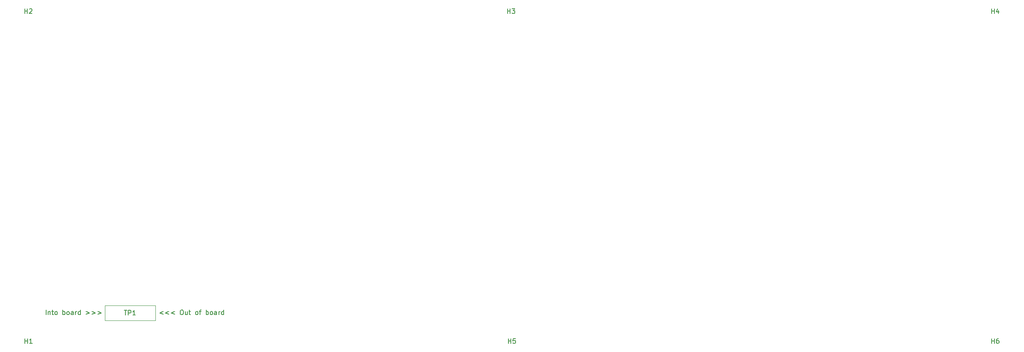
<source format=gto>
%TF.GenerationSoftware,KiCad,Pcbnew,7.0.2-0*%
%TF.CreationDate,2024-05-08T23:39:51-07:00*%
%TF.ProjectId,New_Coil_Panel_Y,4e65775f-436f-4696-9c5f-50616e656c5f,2.0*%
%TF.SameCoordinates,Original*%
%TF.FileFunction,Legend,Top*%
%TF.FilePolarity,Positive*%
%FSLAX46Y46*%
G04 Gerber Fmt 4.6, Leading zero omitted, Abs format (unit mm)*
G04 Created by KiCad (PCBNEW 7.0.2-0) date 2024-05-08 23:39:51*
%MOMM*%
%LPD*%
G01*
G04 APERTURE LIST*
%ADD10C,0.150000*%
%ADD11C,0.120000*%
%ADD12C,3.800000*%
%ADD13C,2.600000*%
G04 APERTURE END LIST*
D10*
X81264000Y-118336952D02*
X80502095Y-118622666D01*
X80502095Y-118622666D02*
X81264000Y-118908380D01*
X82502095Y-118336952D02*
X81740190Y-118622666D01*
X81740190Y-118622666D02*
X82502095Y-118908380D01*
X83740190Y-118336952D02*
X82978285Y-118622666D01*
X82978285Y-118622666D02*
X83740190Y-118908380D01*
X85168761Y-118003619D02*
X85359237Y-118003619D01*
X85359237Y-118003619D02*
X85454475Y-118051238D01*
X85454475Y-118051238D02*
X85549713Y-118146476D01*
X85549713Y-118146476D02*
X85597332Y-118336952D01*
X85597332Y-118336952D02*
X85597332Y-118670285D01*
X85597332Y-118670285D02*
X85549713Y-118860761D01*
X85549713Y-118860761D02*
X85454475Y-118956000D01*
X85454475Y-118956000D02*
X85359237Y-119003619D01*
X85359237Y-119003619D02*
X85168761Y-119003619D01*
X85168761Y-119003619D02*
X85073523Y-118956000D01*
X85073523Y-118956000D02*
X84978285Y-118860761D01*
X84978285Y-118860761D02*
X84930666Y-118670285D01*
X84930666Y-118670285D02*
X84930666Y-118336952D01*
X84930666Y-118336952D02*
X84978285Y-118146476D01*
X84978285Y-118146476D02*
X85073523Y-118051238D01*
X85073523Y-118051238D02*
X85168761Y-118003619D01*
X86454475Y-118336952D02*
X86454475Y-119003619D01*
X86025904Y-118336952D02*
X86025904Y-118860761D01*
X86025904Y-118860761D02*
X86073523Y-118956000D01*
X86073523Y-118956000D02*
X86168761Y-119003619D01*
X86168761Y-119003619D02*
X86311618Y-119003619D01*
X86311618Y-119003619D02*
X86406856Y-118956000D01*
X86406856Y-118956000D02*
X86454475Y-118908380D01*
X86787809Y-118336952D02*
X87168761Y-118336952D01*
X86930666Y-118003619D02*
X86930666Y-118860761D01*
X86930666Y-118860761D02*
X86978285Y-118956000D01*
X86978285Y-118956000D02*
X87073523Y-119003619D01*
X87073523Y-119003619D02*
X87168761Y-119003619D01*
X88406857Y-119003619D02*
X88311619Y-118956000D01*
X88311619Y-118956000D02*
X88264000Y-118908380D01*
X88264000Y-118908380D02*
X88216381Y-118813142D01*
X88216381Y-118813142D02*
X88216381Y-118527428D01*
X88216381Y-118527428D02*
X88264000Y-118432190D01*
X88264000Y-118432190D02*
X88311619Y-118384571D01*
X88311619Y-118384571D02*
X88406857Y-118336952D01*
X88406857Y-118336952D02*
X88549714Y-118336952D01*
X88549714Y-118336952D02*
X88644952Y-118384571D01*
X88644952Y-118384571D02*
X88692571Y-118432190D01*
X88692571Y-118432190D02*
X88740190Y-118527428D01*
X88740190Y-118527428D02*
X88740190Y-118813142D01*
X88740190Y-118813142D02*
X88692571Y-118908380D01*
X88692571Y-118908380D02*
X88644952Y-118956000D01*
X88644952Y-118956000D02*
X88549714Y-119003619D01*
X88549714Y-119003619D02*
X88406857Y-119003619D01*
X89025905Y-118336952D02*
X89406857Y-118336952D01*
X89168762Y-119003619D02*
X89168762Y-118146476D01*
X89168762Y-118146476D02*
X89216381Y-118051238D01*
X89216381Y-118051238D02*
X89311619Y-118003619D01*
X89311619Y-118003619D02*
X89406857Y-118003619D01*
X90502096Y-119003619D02*
X90502096Y-118003619D01*
X90502096Y-118384571D02*
X90597334Y-118336952D01*
X90597334Y-118336952D02*
X90787810Y-118336952D01*
X90787810Y-118336952D02*
X90883048Y-118384571D01*
X90883048Y-118384571D02*
X90930667Y-118432190D01*
X90930667Y-118432190D02*
X90978286Y-118527428D01*
X90978286Y-118527428D02*
X90978286Y-118813142D01*
X90978286Y-118813142D02*
X90930667Y-118908380D01*
X90930667Y-118908380D02*
X90883048Y-118956000D01*
X90883048Y-118956000D02*
X90787810Y-119003619D01*
X90787810Y-119003619D02*
X90597334Y-119003619D01*
X90597334Y-119003619D02*
X90502096Y-118956000D01*
X91549715Y-119003619D02*
X91454477Y-118956000D01*
X91454477Y-118956000D02*
X91406858Y-118908380D01*
X91406858Y-118908380D02*
X91359239Y-118813142D01*
X91359239Y-118813142D02*
X91359239Y-118527428D01*
X91359239Y-118527428D02*
X91406858Y-118432190D01*
X91406858Y-118432190D02*
X91454477Y-118384571D01*
X91454477Y-118384571D02*
X91549715Y-118336952D01*
X91549715Y-118336952D02*
X91692572Y-118336952D01*
X91692572Y-118336952D02*
X91787810Y-118384571D01*
X91787810Y-118384571D02*
X91835429Y-118432190D01*
X91835429Y-118432190D02*
X91883048Y-118527428D01*
X91883048Y-118527428D02*
X91883048Y-118813142D01*
X91883048Y-118813142D02*
X91835429Y-118908380D01*
X91835429Y-118908380D02*
X91787810Y-118956000D01*
X91787810Y-118956000D02*
X91692572Y-119003619D01*
X91692572Y-119003619D02*
X91549715Y-119003619D01*
X92740191Y-119003619D02*
X92740191Y-118479809D01*
X92740191Y-118479809D02*
X92692572Y-118384571D01*
X92692572Y-118384571D02*
X92597334Y-118336952D01*
X92597334Y-118336952D02*
X92406858Y-118336952D01*
X92406858Y-118336952D02*
X92311620Y-118384571D01*
X92740191Y-118956000D02*
X92644953Y-119003619D01*
X92644953Y-119003619D02*
X92406858Y-119003619D01*
X92406858Y-119003619D02*
X92311620Y-118956000D01*
X92311620Y-118956000D02*
X92264001Y-118860761D01*
X92264001Y-118860761D02*
X92264001Y-118765523D01*
X92264001Y-118765523D02*
X92311620Y-118670285D01*
X92311620Y-118670285D02*
X92406858Y-118622666D01*
X92406858Y-118622666D02*
X92644953Y-118622666D01*
X92644953Y-118622666D02*
X92740191Y-118575047D01*
X93216382Y-119003619D02*
X93216382Y-118336952D01*
X93216382Y-118527428D02*
X93264001Y-118432190D01*
X93264001Y-118432190D02*
X93311620Y-118384571D01*
X93311620Y-118384571D02*
X93406858Y-118336952D01*
X93406858Y-118336952D02*
X93502096Y-118336952D01*
X94264001Y-119003619D02*
X94264001Y-118003619D01*
X94264001Y-118956000D02*
X94168763Y-119003619D01*
X94168763Y-119003619D02*
X93978287Y-119003619D01*
X93978287Y-119003619D02*
X93883049Y-118956000D01*
X93883049Y-118956000D02*
X93835430Y-118908380D01*
X93835430Y-118908380D02*
X93787811Y-118813142D01*
X93787811Y-118813142D02*
X93787811Y-118527428D01*
X93787811Y-118527428D02*
X93835430Y-118432190D01*
X93835430Y-118432190D02*
X93883049Y-118384571D01*
X93883049Y-118384571D02*
X93978287Y-118336952D01*
X93978287Y-118336952D02*
X94168763Y-118336952D01*
X94168763Y-118336952D02*
X94264001Y-118384571D01*
X56118095Y-119003619D02*
X56118095Y-118003619D01*
X56594285Y-118336952D02*
X56594285Y-119003619D01*
X56594285Y-118432190D02*
X56641904Y-118384571D01*
X56641904Y-118384571D02*
X56737142Y-118336952D01*
X56737142Y-118336952D02*
X56879999Y-118336952D01*
X56879999Y-118336952D02*
X56975237Y-118384571D01*
X56975237Y-118384571D02*
X57022856Y-118479809D01*
X57022856Y-118479809D02*
X57022856Y-119003619D01*
X57356190Y-118336952D02*
X57737142Y-118336952D01*
X57499047Y-118003619D02*
X57499047Y-118860761D01*
X57499047Y-118860761D02*
X57546666Y-118956000D01*
X57546666Y-118956000D02*
X57641904Y-119003619D01*
X57641904Y-119003619D02*
X57737142Y-119003619D01*
X58213333Y-119003619D02*
X58118095Y-118956000D01*
X58118095Y-118956000D02*
X58070476Y-118908380D01*
X58070476Y-118908380D02*
X58022857Y-118813142D01*
X58022857Y-118813142D02*
X58022857Y-118527428D01*
X58022857Y-118527428D02*
X58070476Y-118432190D01*
X58070476Y-118432190D02*
X58118095Y-118384571D01*
X58118095Y-118384571D02*
X58213333Y-118336952D01*
X58213333Y-118336952D02*
X58356190Y-118336952D01*
X58356190Y-118336952D02*
X58451428Y-118384571D01*
X58451428Y-118384571D02*
X58499047Y-118432190D01*
X58499047Y-118432190D02*
X58546666Y-118527428D01*
X58546666Y-118527428D02*
X58546666Y-118813142D01*
X58546666Y-118813142D02*
X58499047Y-118908380D01*
X58499047Y-118908380D02*
X58451428Y-118956000D01*
X58451428Y-118956000D02*
X58356190Y-119003619D01*
X58356190Y-119003619D02*
X58213333Y-119003619D01*
X59737143Y-119003619D02*
X59737143Y-118003619D01*
X59737143Y-118384571D02*
X59832381Y-118336952D01*
X59832381Y-118336952D02*
X60022857Y-118336952D01*
X60022857Y-118336952D02*
X60118095Y-118384571D01*
X60118095Y-118384571D02*
X60165714Y-118432190D01*
X60165714Y-118432190D02*
X60213333Y-118527428D01*
X60213333Y-118527428D02*
X60213333Y-118813142D01*
X60213333Y-118813142D02*
X60165714Y-118908380D01*
X60165714Y-118908380D02*
X60118095Y-118956000D01*
X60118095Y-118956000D02*
X60022857Y-119003619D01*
X60022857Y-119003619D02*
X59832381Y-119003619D01*
X59832381Y-119003619D02*
X59737143Y-118956000D01*
X60784762Y-119003619D02*
X60689524Y-118956000D01*
X60689524Y-118956000D02*
X60641905Y-118908380D01*
X60641905Y-118908380D02*
X60594286Y-118813142D01*
X60594286Y-118813142D02*
X60594286Y-118527428D01*
X60594286Y-118527428D02*
X60641905Y-118432190D01*
X60641905Y-118432190D02*
X60689524Y-118384571D01*
X60689524Y-118384571D02*
X60784762Y-118336952D01*
X60784762Y-118336952D02*
X60927619Y-118336952D01*
X60927619Y-118336952D02*
X61022857Y-118384571D01*
X61022857Y-118384571D02*
X61070476Y-118432190D01*
X61070476Y-118432190D02*
X61118095Y-118527428D01*
X61118095Y-118527428D02*
X61118095Y-118813142D01*
X61118095Y-118813142D02*
X61070476Y-118908380D01*
X61070476Y-118908380D02*
X61022857Y-118956000D01*
X61022857Y-118956000D02*
X60927619Y-119003619D01*
X60927619Y-119003619D02*
X60784762Y-119003619D01*
X61975238Y-119003619D02*
X61975238Y-118479809D01*
X61975238Y-118479809D02*
X61927619Y-118384571D01*
X61927619Y-118384571D02*
X61832381Y-118336952D01*
X61832381Y-118336952D02*
X61641905Y-118336952D01*
X61641905Y-118336952D02*
X61546667Y-118384571D01*
X61975238Y-118956000D02*
X61880000Y-119003619D01*
X61880000Y-119003619D02*
X61641905Y-119003619D01*
X61641905Y-119003619D02*
X61546667Y-118956000D01*
X61546667Y-118956000D02*
X61499048Y-118860761D01*
X61499048Y-118860761D02*
X61499048Y-118765523D01*
X61499048Y-118765523D02*
X61546667Y-118670285D01*
X61546667Y-118670285D02*
X61641905Y-118622666D01*
X61641905Y-118622666D02*
X61880000Y-118622666D01*
X61880000Y-118622666D02*
X61975238Y-118575047D01*
X62451429Y-119003619D02*
X62451429Y-118336952D01*
X62451429Y-118527428D02*
X62499048Y-118432190D01*
X62499048Y-118432190D02*
X62546667Y-118384571D01*
X62546667Y-118384571D02*
X62641905Y-118336952D01*
X62641905Y-118336952D02*
X62737143Y-118336952D01*
X63499048Y-119003619D02*
X63499048Y-118003619D01*
X63499048Y-118956000D02*
X63403810Y-119003619D01*
X63403810Y-119003619D02*
X63213334Y-119003619D01*
X63213334Y-119003619D02*
X63118096Y-118956000D01*
X63118096Y-118956000D02*
X63070477Y-118908380D01*
X63070477Y-118908380D02*
X63022858Y-118813142D01*
X63022858Y-118813142D02*
X63022858Y-118527428D01*
X63022858Y-118527428D02*
X63070477Y-118432190D01*
X63070477Y-118432190D02*
X63118096Y-118384571D01*
X63118096Y-118384571D02*
X63213334Y-118336952D01*
X63213334Y-118336952D02*
X63403810Y-118336952D01*
X63403810Y-118336952D02*
X63499048Y-118384571D01*
X64737144Y-118336952D02*
X65499049Y-118622666D01*
X65499049Y-118622666D02*
X64737144Y-118908380D01*
X65975239Y-118336952D02*
X66737144Y-118622666D01*
X66737144Y-118622666D02*
X65975239Y-118908380D01*
X67213334Y-118336952D02*
X67975239Y-118622666D01*
X67975239Y-118622666D02*
X67213334Y-118908380D01*
X51562095Y-54310619D02*
X51562095Y-53310619D01*
X51562095Y-53786809D02*
X52133523Y-53786809D01*
X52133523Y-54310619D02*
X52133523Y-53310619D01*
X52562095Y-53405857D02*
X52609714Y-53358238D01*
X52609714Y-53358238D02*
X52704952Y-53310619D01*
X52704952Y-53310619D02*
X52943047Y-53310619D01*
X52943047Y-53310619D02*
X53038285Y-53358238D01*
X53038285Y-53358238D02*
X53085904Y-53405857D01*
X53085904Y-53405857D02*
X53133523Y-53501095D01*
X53133523Y-53501095D02*
X53133523Y-53596333D01*
X53133523Y-53596333D02*
X53085904Y-53739190D01*
X53085904Y-53739190D02*
X52514476Y-54310619D01*
X52514476Y-54310619D02*
X53133523Y-54310619D01*
X72906095Y-118088619D02*
X73477523Y-118088619D01*
X73191809Y-119088619D02*
X73191809Y-118088619D01*
X73810857Y-119088619D02*
X73810857Y-118088619D01*
X73810857Y-118088619D02*
X74191809Y-118088619D01*
X74191809Y-118088619D02*
X74287047Y-118136238D01*
X74287047Y-118136238D02*
X74334666Y-118183857D01*
X74334666Y-118183857D02*
X74382285Y-118279095D01*
X74382285Y-118279095D02*
X74382285Y-118421952D01*
X74382285Y-118421952D02*
X74334666Y-118517190D01*
X74334666Y-118517190D02*
X74287047Y-118564809D01*
X74287047Y-118564809D02*
X74191809Y-118612428D01*
X74191809Y-118612428D02*
X73810857Y-118612428D01*
X75334666Y-119088619D02*
X74763238Y-119088619D01*
X75048952Y-119088619D02*
X75048952Y-118088619D01*
X75048952Y-118088619D02*
X74953714Y-118231476D01*
X74953714Y-118231476D02*
X74858476Y-118326714D01*
X74858476Y-118326714D02*
X74763238Y-118374333D01*
X155194095Y-54310619D02*
X155194095Y-53310619D01*
X155194095Y-53786809D02*
X155765523Y-53786809D01*
X155765523Y-54310619D02*
X155765523Y-53310619D01*
X156146476Y-53310619D02*
X156765523Y-53310619D01*
X156765523Y-53310619D02*
X156432190Y-53691571D01*
X156432190Y-53691571D02*
X156575047Y-53691571D01*
X156575047Y-53691571D02*
X156670285Y-53739190D01*
X156670285Y-53739190D02*
X156717904Y-53786809D01*
X156717904Y-53786809D02*
X156765523Y-53882047D01*
X156765523Y-53882047D02*
X156765523Y-54120142D01*
X156765523Y-54120142D02*
X156717904Y-54215380D01*
X156717904Y-54215380D02*
X156670285Y-54263000D01*
X156670285Y-54263000D02*
X156575047Y-54310619D01*
X156575047Y-54310619D02*
X156289333Y-54310619D01*
X156289333Y-54310619D02*
X156194095Y-54263000D01*
X156194095Y-54263000D02*
X156146476Y-54215380D01*
X259109726Y-125148619D02*
X259109726Y-124148619D01*
X259109726Y-124624809D02*
X259681154Y-124624809D01*
X259681154Y-125148619D02*
X259681154Y-124148619D01*
X260585916Y-124148619D02*
X260395440Y-124148619D01*
X260395440Y-124148619D02*
X260300202Y-124196238D01*
X260300202Y-124196238D02*
X260252583Y-124243857D01*
X260252583Y-124243857D02*
X260157345Y-124386714D01*
X260157345Y-124386714D02*
X260109726Y-124577190D01*
X260109726Y-124577190D02*
X260109726Y-124958142D01*
X260109726Y-124958142D02*
X260157345Y-125053380D01*
X260157345Y-125053380D02*
X260204964Y-125101000D01*
X260204964Y-125101000D02*
X260300202Y-125148619D01*
X260300202Y-125148619D02*
X260490678Y-125148619D01*
X260490678Y-125148619D02*
X260585916Y-125101000D01*
X260585916Y-125101000D02*
X260633535Y-125053380D01*
X260633535Y-125053380D02*
X260681154Y-124958142D01*
X260681154Y-124958142D02*
X260681154Y-124720047D01*
X260681154Y-124720047D02*
X260633535Y-124624809D01*
X260633535Y-124624809D02*
X260585916Y-124577190D01*
X260585916Y-124577190D02*
X260490678Y-124529571D01*
X260490678Y-124529571D02*
X260300202Y-124529571D01*
X260300202Y-124529571D02*
X260204964Y-124577190D01*
X260204964Y-124577190D02*
X260157345Y-124624809D01*
X260157345Y-124624809D02*
X260109726Y-124720047D01*
X155359726Y-125148619D02*
X155359726Y-124148619D01*
X155359726Y-124624809D02*
X155931154Y-124624809D01*
X155931154Y-125148619D02*
X155931154Y-124148619D01*
X156883535Y-124148619D02*
X156407345Y-124148619D01*
X156407345Y-124148619D02*
X156359726Y-124624809D01*
X156359726Y-124624809D02*
X156407345Y-124577190D01*
X156407345Y-124577190D02*
X156502583Y-124529571D01*
X156502583Y-124529571D02*
X156740678Y-124529571D01*
X156740678Y-124529571D02*
X156835916Y-124577190D01*
X156835916Y-124577190D02*
X156883535Y-124624809D01*
X156883535Y-124624809D02*
X156931154Y-124720047D01*
X156931154Y-124720047D02*
X156931154Y-124958142D01*
X156931154Y-124958142D02*
X156883535Y-125053380D01*
X156883535Y-125053380D02*
X156835916Y-125101000D01*
X156835916Y-125101000D02*
X156740678Y-125148619D01*
X156740678Y-125148619D02*
X156502583Y-125148619D01*
X156502583Y-125148619D02*
X156407345Y-125101000D01*
X156407345Y-125101000D02*
X156359726Y-125053380D01*
X51609726Y-125148619D02*
X51609726Y-124148619D01*
X51609726Y-124624809D02*
X52181154Y-124624809D01*
X52181154Y-125148619D02*
X52181154Y-124148619D01*
X53181154Y-125148619D02*
X52609726Y-125148619D01*
X52895440Y-125148619D02*
X52895440Y-124148619D01*
X52895440Y-124148619D02*
X52800202Y-124291476D01*
X52800202Y-124291476D02*
X52704964Y-124386714D01*
X52704964Y-124386714D02*
X52609726Y-124434333D01*
X259109726Y-54310619D02*
X259109726Y-53310619D01*
X259109726Y-53786809D02*
X259681154Y-53786809D01*
X259681154Y-54310619D02*
X259681154Y-53310619D01*
X260585916Y-53643952D02*
X260585916Y-54310619D01*
X260347821Y-53263000D02*
X260109726Y-53977285D01*
X260109726Y-53977285D02*
X260728773Y-53977285D01*
D11*
X79648000Y-120226000D02*
X68748000Y-120226000D01*
X79648000Y-117026000D02*
X79648000Y-120226000D01*
X68748000Y-120226000D02*
X68748000Y-117026000D01*
X68748000Y-117026000D02*
X79648000Y-117026000D01*
%LPC*%
D12*
X52371631Y-50586000D03*
D13*
X52371631Y-50586000D03*
X77968000Y-118626000D03*
X70348000Y-118626000D03*
D12*
X156121631Y-50586000D03*
D13*
X156121631Y-50586000D03*
D12*
X259871631Y-127586000D03*
D13*
X259871631Y-127586000D03*
D12*
X156121631Y-127586000D03*
D13*
X156121631Y-127586000D03*
D12*
X52371631Y-127586000D03*
D13*
X52371631Y-127586000D03*
D12*
X259871631Y-50586000D03*
D13*
X259871631Y-50586000D03*
%LPD*%
M02*

</source>
